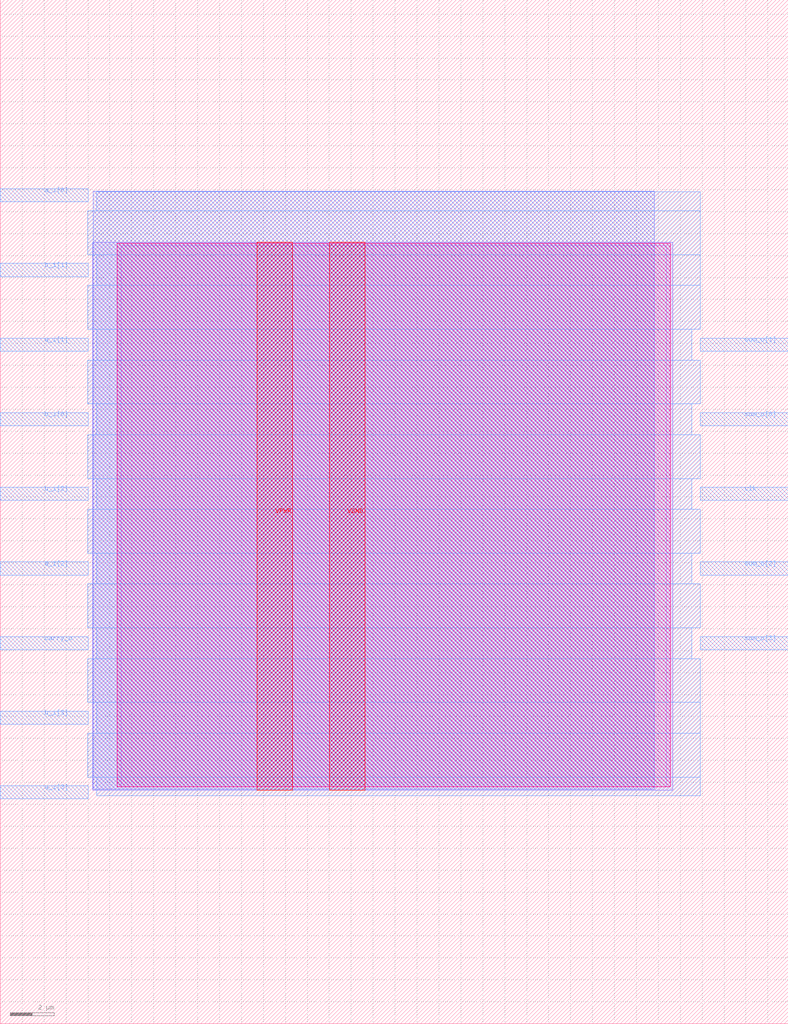
<source format=lef>
VERSION 5.7 ;
  NOWIREEXTENSIONATPIN ON ;
  DIVIDERCHAR "/" ;
  BUSBITCHARS "[]" ;
MACRO rcAdder
  CLASS BLOCK ;
  FOREIGN rcAdder ;
  ORIGIN 0.000 0.000 ;
  SIZE 35.925 BY 46.645 ;
  PIN VGND
    DIRECTION INOUT ;
    USE GROUND ;
    PORT
      LAYER met4 ;
        RECT 15.020 10.640 16.620 35.600 ;
    END
  END VGND
  PIN VPWR
    DIRECTION INOUT ;
    USE POWER ;
    PORT
      LAYER met4 ;
        RECT 11.720 10.640 13.320 35.600 ;
    END
  END VPWR
  PIN a_i[0]
    DIRECTION INPUT ;
    USE SIGNAL ;
    ANTENNAGATEAREA 0.196500 ;
    PORT
      LAYER met3 ;
        RECT 0.000 37.440 4.000 38.040 ;
    END
  END a_i[0]
  PIN a_i[1]
    DIRECTION INPUT ;
    USE SIGNAL ;
    ANTENNAGATEAREA 0.196500 ;
    PORT
      LAYER met3 ;
        RECT 0.000 30.640 4.000 31.240 ;
    END
  END a_i[1]
  PIN a_i[2]
    DIRECTION INPUT ;
    USE SIGNAL ;
    ANTENNAGATEAREA 0.196500 ;
    PORT
      LAYER met3 ;
        RECT 0.000 20.440 4.000 21.040 ;
    END
  END a_i[2]
  PIN a_i[3]
    DIRECTION INPUT ;
    USE SIGNAL ;
    ANTENNAGATEAREA 0.196500 ;
    PORT
      LAYER met3 ;
        RECT 0.000 10.240 4.000 10.840 ;
    END
  END a_i[3]
  PIN b_i[0]
    DIRECTION INPUT ;
    USE SIGNAL ;
    ANTENNAGATEAREA 0.196500 ;
    PORT
      LAYER met3 ;
        RECT 0.000 27.240 4.000 27.840 ;
    END
  END b_i[0]
  PIN b_i[1]
    DIRECTION INPUT ;
    USE SIGNAL ;
    ANTENNAGATEAREA 0.196500 ;
    PORT
      LAYER met3 ;
        RECT 0.000 34.040 4.000 34.640 ;
    END
  END b_i[1]
  PIN b_i[2]
    DIRECTION INPUT ;
    USE SIGNAL ;
    ANTENNAGATEAREA 0.196500 ;
    PORT
      LAYER met3 ;
        RECT 0.000 23.840 4.000 24.440 ;
    END
  END b_i[2]
  PIN b_i[3]
    DIRECTION INPUT ;
    USE SIGNAL ;
    ANTENNAGATEAREA 0.196500 ;
    PORT
      LAYER met3 ;
        RECT 0.000 13.640 4.000 14.240 ;
    END
  END b_i[3]
  PIN carry_o
    DIRECTION OUTPUT ;
    USE SIGNAL ;
    ANTENNADIFFAREA 0.445500 ;
    PORT
      LAYER met3 ;
        RECT 0.000 17.040 4.000 17.640 ;
    END
  END carry_o
  PIN clk
    DIRECTION INPUT ;
    USE SIGNAL ;
    ANTENNAGATEAREA 0.852000 ;
    PORT
      LAYER met3 ;
        RECT 31.925 23.840 35.925 24.440 ;
    END
  END clk
  PIN sum_o[0]
    DIRECTION OUTPUT ;
    USE SIGNAL ;
    ANTENNADIFFAREA 0.445500 ;
    PORT
      LAYER met3 ;
        RECT 31.925 27.240 35.925 27.840 ;
    END
  END sum_o[0]
  PIN sum_o[1]
    DIRECTION OUTPUT ;
    USE SIGNAL ;
    ANTENNADIFFAREA 0.445500 ;
    PORT
      LAYER met3 ;
        RECT 31.925 30.640 35.925 31.240 ;
    END
  END sum_o[1]
  PIN sum_o[2]
    DIRECTION OUTPUT ;
    USE SIGNAL ;
    ANTENNADIFFAREA 0.445500 ;
    PORT
      LAYER met3 ;
        RECT 31.925 20.440 35.925 21.040 ;
    END
  END sum_o[2]
  PIN sum_o[3]
    DIRECTION OUTPUT ;
    USE SIGNAL ;
    ANTENNADIFFAREA 0.445500 ;
    PORT
      LAYER met3 ;
        RECT 31.925 17.040 35.925 17.640 ;
    END
  END sum_o[3]
  OBS
      LAYER nwell ;
        RECT 5.330 10.795 30.550 35.550 ;
      LAYER li1 ;
        RECT 5.520 10.795 30.360 35.445 ;
      LAYER met1 ;
        RECT 4.210 10.640 30.660 35.600 ;
      LAYER met2 ;
        RECT 4.230 10.695 29.810 37.925 ;
      LAYER met3 ;
        RECT 4.400 37.040 31.925 37.905 ;
        RECT 3.990 35.040 31.925 37.040 ;
        RECT 4.400 33.640 31.925 35.040 ;
        RECT 3.990 31.640 31.925 33.640 ;
        RECT 4.400 30.240 31.525 31.640 ;
        RECT 3.990 28.240 31.925 30.240 ;
        RECT 4.400 26.840 31.525 28.240 ;
        RECT 3.990 24.840 31.925 26.840 ;
        RECT 4.400 23.440 31.525 24.840 ;
        RECT 3.990 21.440 31.925 23.440 ;
        RECT 4.400 20.040 31.525 21.440 ;
        RECT 3.990 18.040 31.925 20.040 ;
        RECT 4.400 16.640 31.525 18.040 ;
        RECT 3.990 14.640 31.925 16.640 ;
        RECT 4.400 13.240 31.925 14.640 ;
        RECT 3.990 11.240 31.925 13.240 ;
        RECT 4.400 10.390 31.925 11.240 ;
  END
END rcAdder
END LIBRARY


</source>
